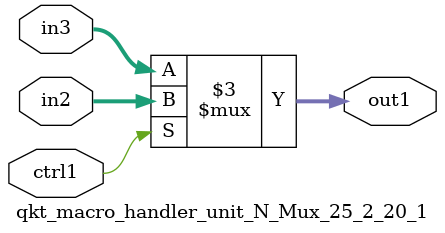
<source format=v>

`timescale 1ps / 1ps


module qkt_macro_handler_unit_N_Mux_25_2_20_1( in3, in2, ctrl1, out1 );

    input [24:0] in3;
    input [24:0] in2;
    input ctrl1;
    output [24:0] out1;
    reg [24:0] out1;

    
    // rtl_process:qkt_macro_handler_unit_N_Mux_25_2_20_1/qkt_macro_handler_unit_N_Mux_25_2_20_1_thread_1
    always @*
      begin : qkt_macro_handler_unit_N_Mux_25_2_20_1_thread_1
        case (ctrl1) 
          1'b1: 
            begin
              out1 = in2;
            end
          default: 
            begin
              out1 = in3;
            end
        endcase
      end

endmodule



</source>
